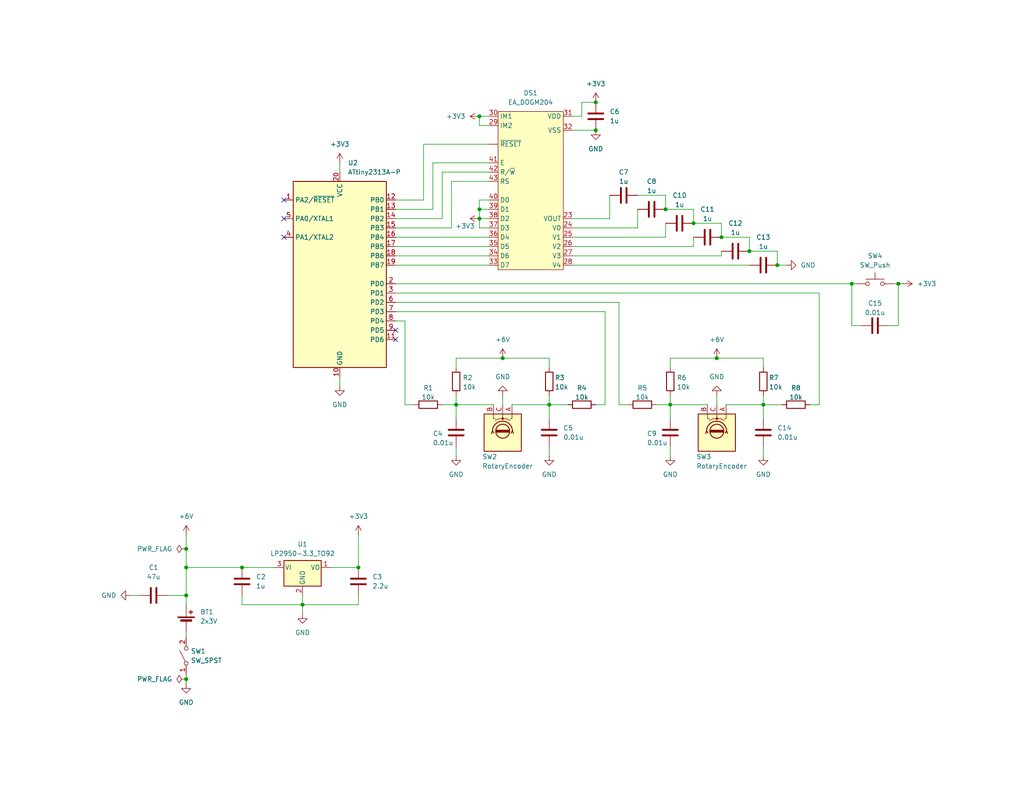
<source format=kicad_sch>
(kicad_sch (version 20231120) (generator "eeschema") (generator_version "8.0")
  (paper "USLetter")
  (title_block (title "TTRPG-9000") (rev "v0.1") (company "Ghost Wrench, LLC"))
  (lib_symbols
    (symbol "Device:Battery_Cell" (pin_numbers hide) (pin_names (offset 0) hide)
      (property "Reference" "BT" (at 2.54 2.54 0))
      (property "Value" "Battery_Cell" (at 2.54 0 0))
      (symbol "Battery_Cell_0_1"
        (rectangle (start -2.286 1.778) (end 2.286 1.524) (fill (type outline)))
        (rectangle (start -1.524 1.016) (end 1.524 0.508) (fill (type outline)))
        (polyline (pts (xy 0 0.762) (xy 0 0)))
        (polyline (pts (xy 0 1.778) (xy 0 2.54)))
        (polyline (pts (xy 0.762 3.048) (xy 1.778 3.048)) (stroke (width 0.254)))
        (polyline (pts (xy 1.27 3.556) (xy 1.27 2.54)) (stroke (width 0.254)))
      )
      (symbol "Battery_Cell_1_1"
        (pin passive line (at 0 5.08 270) (length 2.54) (name "+") (number "1"))
        (pin passive line (at 0 -2.54 90) (length 2.54) (name "-") (number "2"))
      )
    )
    (symbol "Device:C" (pin_numbers hide) (pin_names (offset 0.254))
      (property "Reference" "C" (at 0.635 2.54 0))
      (property "Value" "C" (at 0.635 -2.54 0))
      (symbol "C_0_1"
        (polyline (pts (xy -2.032 -0.762) (xy 2.032 -0.762)) (stroke (width 0.508)))
        (polyline (pts (xy -2.032 0.762) (xy 2.032 0.762)) (stroke (width 0.508)))
      )
      (symbol "C_1_1"
        (pin passive line (at 0 3.81 270) (length 2.794) (name "~") (number "1"))
        (pin passive line (at 0 -3.81 90) (length 2.794) (name "~") (number "2"))
      )
    )
    (symbol "Device:R" (pin_numbers hide) (pin_names (offset 0))
      (property "Reference" "R" (at 2.032 0 90))
      (property "Value" "R" (at 0 0 90))
      (symbol "R_0_1"
        (rectangle (start -1.016 -2.54) (end 1.016 2.54) (stroke (width 0.254)))
      )
      (symbol "R_1_1"
        (pin passive line (at 0 3.81 270) (length 1.27) (name "~") (number "1"))
        (pin passive line (at 0 -3.81 90) (length 1.27) (name "~") (number "2"))
      )
    )
    (symbol "Device:RotaryEncoder" (pin_names (offset 0.254) hide)
      (property "Reference" "SW" (at 0 6.604 0))
      (property "Value" "RotaryEncoder" (at 0 -6.604 0))
      (symbol "RotaryEncoder_0_1"
        (rectangle (start -5.08 5.08) (end 5.08 -5.08) (stroke (width 0.254)) (fill (type background)))
        (circle (center -3.81 0) (radius 0.254) (fill (type outline)))
        (circle (center -0.381 0) (radius 1.905) (stroke (width 0.254)))
        (arc (start -0.381 2.667) (mid -3.0988 -0.0635) (end -0.381 -2.794) (stroke (width 0.254)))
        (polyline (pts (xy -0.635 -1.778) (xy -0.635 1.778)) (stroke (width 0.254)))
        (polyline (pts (xy -0.381 -1.778) (xy -0.381 1.778)) (stroke (width 0.254)))
        (polyline (pts (xy -0.127 1.778) (xy -0.127 -1.778)) (stroke (width 0.254)))
        (polyline (pts (xy -5.08 -2.54) (xy -3.81 -2.54) (xy -3.81 -2.032)))
        (polyline (pts (xy -5.08 2.54) (xy -3.81 2.54) (xy -3.81 2.032)))
        (polyline (pts (xy 0.254 -3.048) (xy -0.508 -2.794) (xy 0.127 -2.413)) (stroke (width 0.254)))
        (polyline (pts (xy 0.254 2.921) (xy -0.508 2.667) (xy 0.127 2.286)) (stroke (width 0.254)))
        (polyline (pts (xy -5.08 0) (xy -3.81 0) (xy -3.81 -1.016) (xy -3.302 -2.032)))
        (polyline (pts (xy -4.318 0) (xy -3.81 0) (xy -3.81 1.016) (xy -3.302 2.032)))
      )
      (symbol "RotaryEncoder_1_1"
        (pin passive line (at -7.62 2.54 0) (length 2.54) (name "A") (number "A"))
        (pin passive line (at -7.62 -2.54 0) (length 2.54) (name "B") (number "B"))
        (pin passive line (at -7.62 0 0) (length 2.54) (name "C") (number "C"))
      )
    )
    (symbol "MCU_Microchip_ATtiny:ATtiny2313A-P"
      (property "Reference" "U" (at -12.7 26.67 0))
      (property "Value" "ATtiny2313A-P" (at 2.54 -26.67 0))
      (symbol "ATtiny2313A-P_0_1"
        (rectangle (start -12.7 -25.4) (end 12.7 25.4) (stroke (width 0.254)) (fill (type background)))
      )
      (symbol "ATtiny2313A-P_1_1"
        (pin bidirectional line (at -15.24 20.32 0) (length 2.54) (name "PA2/~{RESET}") (number "1"))
        (pin power_in line (at 0 -27.94 90) (length 2.54) (name "GND") (number "10"))
        (pin bidirectional line (at 15.24 -17.78 180) (length 2.54) (name "PD6") (number "11"))
        (pin bidirectional line (at 15.24 20.32 180) (length 2.54) (name "PB0") (number "12"))
        (pin bidirectional line (at 15.24 17.78 180) (length 2.54) (name "PB1") (number "13"))
        (pin bidirectional line (at 15.24 15.24 180) (length 2.54) (name "PB2") (number "14"))
        (pin bidirectional line (at 15.24 12.7 180) (length 2.54) (name "PB3") (number "15"))
        (pin bidirectional line (at 15.24 10.16 180) (length 2.54) (name "PB4") (number "16"))
        (pin bidirectional line (at 15.24 7.62 180) (length 2.54) (name "PB5") (number "17"))
        (pin bidirectional line (at 15.24 5.08 180) (length 2.54) (name "PB6") (number "18"))
        (pin bidirectional line (at 15.24 2.54 180) (length 2.54) (name "PB7") (number "19"))
        (pin bidirectional line (at 15.24 -2.54 180) (length 2.54) (name "PD0") (number "2"))
        (pin power_in line (at 0 27.94 270) (length 2.54) (name "VCC") (number "20"))
        (pin bidirectional line (at 15.24 -5.08 180) (length 2.54) (name "PD1") (number "3"))
        (pin bidirectional line (at -15.24 10.16 0) (length 2.54) (name "PA1/XTAL2") (number "4"))
        (pin bidirectional line (at -15.24 15.24 0) (length 2.54) (name "PA0/XTAL1") (number "5"))
        (pin bidirectional line (at 15.24 -7.62 180) (length 2.54) (name "PD2") (number "6"))
        (pin bidirectional line (at 15.24 -10.16 180) (length 2.54) (name "PD3") (number "7"))
        (pin bidirectional line (at 15.24 -12.7 180) (length 2.54) (name "PD4") (number "8"))
        (pin bidirectional line (at 15.24 -15.24 180) (length 2.54) (name "PD5") (number "9"))
      )
    )
    (symbol "Project:EA_DOGM204"
      (property "Reference" "DS" (at 0 24.892 0))
      (property "Value" "EA_DOGM204" (at 0.254 23.114 0))
      (symbol "EA_DOGM204_1_1"
        (rectangle (start -8.89 21.59) (end 8.89 -21.59) (fill (type background)))
        (pin input line (at -11.43 12.7 0) (length 2.54) (name "~{RESET}") (number ""))
        (pin passive line (at 11.43 -7.62 180) (length 2.54) (name "VOUT") (number "23"))
        (pin passive line (at 11.43 -10.16 180) (length 2.54) (name "V0") (number "24"))
        (pin passive line (at 11.43 -12.7 180) (length 2.54) (name "V1") (number "25"))
        (pin passive line (at 11.43 -15.24 180) (length 2.54) (name "V2") (number "26"))
        (pin passive line (at 11.43 -17.78 180) (length 2.54) (name "V3") (number "27"))
        (pin passive line (at 11.43 -20.32 180) (length 2.54) (name "V4") (number "28"))
        (pin input line (at -11.43 17.78 0) (length 2.54) (name "IM2") (number "29"))
        (pin input line (at -11.43 20.32 0) (length 2.54) (name "IM1") (number "30"))
        (pin power_in line (at 11.43 20.32 180) (length 2.54) (name "VDD") (number "31"))
        (pin power_in line (at 11.43 16.51 180) (length 2.54) (name "VSS") (number "32"))
        (pin input line (at -11.43 -20.32 0) (length 2.54) (name "D7") (number "33"))
        (pin input line (at -11.43 -17.78 0) (length 2.54) (name "D6") (number "34"))
        (pin input line (at -11.43 -15.24 0) (length 2.54) (name "D5") (number "35"))
        (pin input line (at -11.43 -12.7 0) (length 2.54) (name "D4") (number "36"))
        (pin input line (at -11.43 -10.16 0) (length 2.54) (name "D3") (number "37"))
        (pin input line (at -11.43 -7.62 0) (length 2.54) (name "D2") (number "38"))
        (pin input line (at -11.43 -5.08 0) (length 2.54) (name "D1") (number "39"))
        (pin input line (at -11.43 -2.54 0) (length 2.54) (name "D0") (number "40"))
        (pin input line (at -11.43 7.62 0) (length 2.54) (name "E") (number "41"))
        (pin input line (at -11.43 5.08 0) (length 2.54) (name "R/~{W}") (number "42"))
        (pin input line (at -11.43 2.54 0) (length 2.54) (name "RS") (number "43"))
      )
    )
    (symbol "Regulator_Linear:LP2950-3.3_TO92" (pin_names (offset 0.254))
      (property "Reference" "U" (at -3.81 3.175 0))
      (property "Value" "LP2950-3.3_TO92" (at 0 3.175 0))
      (symbol "LP2950-3.3_TO92_0_1"
        (rectangle (start -5.08 -5.08) (end 5.08 1.905) (stroke (width 0.254)) (fill (type background)))
      )
      (symbol "LP2950-3.3_TO92_1_1"
        (pin power_out line (at 7.62 0 180) (length 2.54) (name "VO") (number "1"))
        (pin power_in line (at 0 -7.62 90) (length 2.54) (name "GND") (number "2"))
        (pin power_in line (at -7.62 0 0) (length 2.54) (name "VI") (number "3"))
      )
    )
    (symbol "Switch:SW_Push" (pin_numbers hide) (pin_names (offset 1.016) hide)
      (property "Reference" "SW" (at 1.27 2.54 0))
      (property "Value" "SW_Push" (at 0 -1.524 0))
      (symbol "SW_Push_0_1"
        (circle (center -2.032 0) (radius 0.508))
        (polyline (pts (xy 0 1.27) (xy 0 3.048)))
        (polyline (pts (xy 2.54 1.27) (xy -2.54 1.27)))
        (circle (center 2.032 0) (radius 0.508))
        (pin passive line (at -5.08 0 0) (length 2.54) (name "1") (number "1"))
        (pin passive line (at 5.08 0 180) (length 2.54) (name "2") (number "2"))
      )
    )
    (symbol "Switch:SW_SPST" (pin_names (offset 0) hide)
      (property "Reference" "SW" (at 0 3.175 0))
      (property "Value" "SW_SPST" (at 0 -2.54 0))
      (symbol "SW_SPST_0_0"
        (circle (center -2.032 0) (radius 0.508))
        (polyline (pts (xy -1.524 0.254) (xy 1.524 1.778)))
        (circle (center 2.032 0) (radius 0.508))
      )
      (symbol "SW_SPST_1_1"
        (pin passive line (at -5.08 0 0) (length 2.54) (name "A") (number "1"))
        (pin passive line (at 5.08 0 180) (length 2.54) (name "B") (number "2"))
      )
    )
    (symbol "power:+3V3" (power) (pin_numbers hide) (pin_names (offset 0) hide)
      (property "Value" "+3V3" (at 0 3.556 0))
      (symbol "+3V3_0_1"
        (polyline (pts (xy -0.762 1.27) (xy 0 2.54)))
        (polyline (pts (xy 0 0) (xy 0 2.54)))
        (polyline (pts (xy 0 2.54) (xy 0.762 1.27)))
      )
      (symbol "+3V3_1_1"
        (pin power_in line (at 0 0 90) (length 0) (name "~") (number "1"))
      )
    )
    (symbol "power:+6V" (power) (pin_numbers hide) (pin_names (offset 0) hide)
      (property "Value" "+6V" (at 0 3.556 0))
      (symbol "+6V_0_1"
        (polyline (pts (xy -0.762 1.27) (xy 0 2.54)))
        (polyline (pts (xy 0 0) (xy 0 2.54)))
        (polyline (pts (xy 0 2.54) (xy 0.762 1.27)))
      )
      (symbol "+6V_1_1"
        (pin power_in line (at 0 0 90) (length 0) (name "~") (number "1"))
      )
    )
    (symbol "power:GND" (power) (pin_numbers hide) (pin_names (offset 0) hide)
      (property "Value" "GND" (at 0 -3.81 0))
      (symbol "GND_0_1"
        (polyline (pts (xy 0 0) (xy 0 -1.27) (xy 1.27 -1.27) (xy 0 -2.54) (xy -1.27 -1.27) (xy 0 -1.27)))
      )
      (symbol "GND_1_1"
        (pin power_in line (at 0 0 270) (length 0) (name "~") (number "1"))
      )
    )
    (symbol "power:PWR_FLAG" (power) (pin_numbers hide) (pin_names (offset 0) hide)
      (property "Value" "PWR_FLAG" (at 0 3.81 0))
      (symbol "PWR_FLAG_0_0"
        (pin power_out line (at 0 0 90) (length 0) (name "~") (number "1"))
      )
      (symbol "PWR_FLAG_0_1"
        (polyline (pts (xy 0 0) (xy 0 1.27) (xy -1.016 1.905) (xy 0 2.54) (xy 1.016 1.905) (xy 0 1.27)))
      )
    )
  )
  (junction (at 245.11 77.47))
  (junction (at 124.46 110.49))
  (junction (at 50.8 154.94))
  (junction (at 212.09 72.39))
  (junction (at 182.88 110.49))
  (junction (at 137.16 97.79))
  (junction (at 130.81 59.69))
  (junction (at 196.85 64.77))
  (junction (at 130.81 57.15))
  (junction (at 66.04 154.94))
  (junction (at 189.23 60.96))
  (junction (at 97.79 154.94))
  (junction (at 82.55 165.1))
  (junction (at 50.8 162.56))
  (junction (at 130.81 31.75))
  (junction (at 50.8 149.86))
  (junction (at 162.56 27.94))
  (junction (at 181.61 57.15))
  (junction (at 149.86 110.49))
  (junction (at 162.56 35.56))
  (junction (at 232.41 77.47))
  (junction (at 195.58 97.79))
  (junction (at 208.28 110.49))
  (junction (at 50.8 185.42))
  (junction (at 204.47 68.58))
  (no_connect (at 77.47 64.77))
  (no_connect (at 77.47 54.61))
  (no_connect (at 107.95 90.17))
  (no_connect (at 77.47 59.69))
  (no_connect (at 107.95 92.71))
  (wire (pts (xy 196.85 64.77) (xy 196.85 60.96)))
  (wire (pts (xy 181.61 64.77) (xy 181.61 60.96)))
  (wire (pts (xy 66.04 165.1) (xy 82.55 165.1)))
  (wire (pts (xy 97.79 162.56) (xy 97.79 165.1)))
  (wire (pts (xy 107.95 57.15) (xy 118.11 57.15)))
  (wire (pts (xy 74.93 154.94) (xy 66.04 154.94)))
  (wire (pts (xy 196.85 60.96) (xy 189.23 60.96)))
  (wire (pts (xy 156.21 31.75) (xy 158.75 31.75)))
  (wire (pts (xy 107.95 67.31) (xy 133.35 67.31)))
  (wire (pts (xy 50.8 162.56) (xy 50.8 165.1)))
  (wire (pts (xy 223.52 110.49) (xy 220.98 110.49)))
  (wire (pts (xy 149.86 121.92) (xy 149.86 124.46)))
  (wire (pts (xy 149.86 110.49) (xy 149.86 114.3)))
  (wire (pts (xy 107.95 77.47) (xy 232.41 77.47)))
  (wire (pts (xy 137.16 107.95) (xy 137.16 110.49)))
  (wire (pts (xy 120.65 46.99) (xy 133.35 46.99)))
  (wire (pts (xy 204.47 68.58) (xy 204.47 64.77)))
  (wire (pts (xy 158.75 27.94) (xy 162.56 27.94)))
  (wire (pts (xy 168.91 82.55) (xy 107.95 82.55)))
  (wire (pts (xy 110.49 110.49) (xy 113.03 110.49)))
  (wire (pts (xy 223.52 110.49) (xy 223.52 80.01)))
  (wire (pts (xy 165.1 85.09) (xy 165.1 110.49)))
  (wire (pts (xy 181.61 53.34) (xy 181.61 57.15)))
  (wire (pts (xy 50.8 184.15) (xy 50.8 185.42)))
  (wire (pts (xy 120.65 110.49) (xy 124.46 110.49)))
  (wire (pts (xy 182.88 97.79) (xy 195.58 97.79)))
  (wire (pts (xy 123.19 62.23) (xy 123.19 49.53)))
  (wire (pts (xy 66.04 154.94) (xy 50.8 154.94)))
  (wire (pts (xy 124.46 121.92) (xy 124.46 124.46)))
  (wire (pts (xy 130.81 59.69) (xy 133.35 59.69)))
  (wire (pts (xy 212.09 72.39) (xy 212.09 68.58)))
  (wire (pts (xy 182.88 100.33) (xy 182.88 97.79)))
  (wire (pts (xy 156.21 59.69) (xy 166.37 59.69)))
  (wire (pts (xy 130.81 57.15) (xy 130.81 54.61)))
  (wire (pts (xy 156.21 35.56) (xy 162.56 35.56)))
  (wire (pts (xy 107.95 54.61) (xy 115.57 54.61)))
  (wire (pts (xy 124.46 100.33) (xy 124.46 97.79)))
  (wire (pts (xy 198.12 110.49) (xy 208.28 110.49)))
  (wire (pts (xy 130.81 62.23) (xy 130.81 59.69)))
  (wire (pts (xy 107.95 69.85) (xy 133.35 69.85)))
  (wire (pts (xy 35.56 162.56) (xy 38.1 162.56)))
  (wire (pts (xy 245.11 88.9) (xy 245.11 77.47)))
  (wire (pts (xy 232.41 88.9) (xy 232.41 77.47)))
  (wire (pts (xy 208.28 110.49) (xy 208.28 114.3)))
  (wire (pts (xy 212.09 72.39) (xy 214.63 72.39)))
  (wire (pts (xy 107.95 64.77) (xy 133.35 64.77)))
  (wire (pts (xy 120.65 59.69) (xy 120.65 46.99)))
  (wire (pts (xy 168.91 110.49) (xy 171.45 110.49)))
  (wire (pts (xy 45.72 162.56) (xy 50.8 162.56)))
  (wire (pts (xy 232.41 77.47) (xy 233.68 77.47)))
  (wire (pts (xy 123.19 49.53) (xy 133.35 49.53)))
  (wire (pts (xy 97.79 146.05) (xy 97.79 154.94)))
  (wire (pts (xy 208.28 97.79) (xy 208.28 100.33)))
  (wire (pts (xy 173.99 62.23) (xy 173.99 57.15)))
  (wire (pts (xy 149.86 107.95) (xy 149.86 110.49)))
  (wire (pts (xy 156.21 64.77) (xy 181.61 64.77)))
  (wire (pts (xy 212.09 68.58) (xy 204.47 68.58)))
  (wire (pts (xy 137.16 97.79) (xy 149.86 97.79)))
  (wire (pts (xy 166.37 59.69) (xy 166.37 53.34)))
  (wire (pts (xy 245.11 77.47) (xy 246.38 77.47)))
  (wire (pts (xy 139.7 110.49) (xy 149.86 110.49)))
  (wire (pts (xy 110.49 87.63) (xy 110.49 110.49)))
  (wire (pts (xy 182.88 107.95) (xy 182.88 110.49)))
  (wire (pts (xy 50.8 185.42) (xy 50.8 186.69)))
  (wire (pts (xy 208.28 110.49) (xy 213.36 110.49)))
  (wire (pts (xy 66.04 162.56) (xy 66.04 165.1)))
  (wire (pts (xy 130.81 59.69) (xy 130.81 57.15)))
  (wire (pts (xy 90.17 154.94) (xy 97.79 154.94)))
  (wire (pts (xy 50.8 149.86) (xy 50.8 154.94)))
  (wire (pts (xy 156.21 69.85) (xy 196.85 69.85)))
  (wire (pts (xy 97.79 165.1) (xy 82.55 165.1)))
  (wire (pts (xy 118.11 57.15) (xy 118.11 44.45)))
  (wire (pts (xy 124.46 110.49) (xy 134.62 110.49)))
  (wire (pts (xy 50.8 154.94) (xy 50.8 162.56)))
  (wire (pts (xy 242.57 88.9) (xy 245.11 88.9)))
  (wire (pts (xy 92.71 102.87) (xy 92.71 105.41)))
  (wire (pts (xy 124.46 107.95) (xy 124.46 110.49)))
  (wire (pts (xy 223.52 80.01) (xy 107.95 80.01)))
  (wire (pts (xy 115.57 54.61) (xy 115.57 39.37)))
  (wire (pts (xy 208.28 121.92) (xy 208.28 124.46)))
  (wire (pts (xy 133.35 34.29) (xy 130.81 34.29)))
  (wire (pts (xy 179.07 110.49) (xy 182.88 110.49)))
  (wire (pts (xy 50.8 172.72) (xy 50.8 173.99)))
  (wire (pts (xy 130.81 54.61) (xy 133.35 54.61)))
  (wire (pts (xy 168.91 110.49) (xy 168.91 82.55)))
  (wire (pts (xy 50.8 146.05) (xy 50.8 149.86)))
  (wire (pts (xy 156.21 72.39) (xy 204.47 72.39)))
  (wire (pts (xy 189.23 60.96) (xy 189.23 57.15)))
  (wire (pts (xy 118.11 44.45) (xy 133.35 44.45)))
  (wire (pts (xy 195.58 107.95) (xy 195.58 110.49)))
  (wire (pts (xy 107.95 85.09) (xy 165.1 85.09)))
  (wire (pts (xy 204.47 64.77) (xy 196.85 64.77)))
  (wire (pts (xy 189.23 67.31) (xy 189.23 64.77)))
  (wire (pts (xy 195.58 97.79) (xy 208.28 97.79)))
  (wire (pts (xy 182.88 110.49) (xy 182.88 114.3)))
  (wire (pts (xy 208.28 107.95) (xy 208.28 110.49)))
  (wire (pts (xy 173.99 53.34) (xy 181.61 53.34)))
  (wire (pts (xy 115.57 39.37) (xy 133.35 39.37)))
  (wire (pts (xy 107.95 59.69) (xy 120.65 59.69)))
  (wire (pts (xy 156.21 62.23) (xy 173.99 62.23)))
  (wire (pts (xy 182.88 110.49) (xy 193.04 110.49)))
  (wire (pts (xy 124.46 97.79) (xy 137.16 97.79)))
  (wire (pts (xy 130.81 34.29) (xy 130.81 31.75)))
  (wire (pts (xy 82.55 165.1) (xy 82.55 167.64)))
  (wire (pts (xy 158.75 31.75) (xy 158.75 27.94)))
  (wire (pts (xy 182.88 121.92) (xy 182.88 124.46)))
  (wire (pts (xy 92.71 44.45) (xy 92.71 46.99)))
  (wire (pts (xy 156.21 67.31) (xy 189.23 67.31)))
  (wire (pts (xy 196.85 69.85) (xy 196.85 68.58)))
  (wire (pts (xy 124.46 110.49) (xy 124.46 114.3)))
  (wire (pts (xy 130.81 31.75) (xy 133.35 31.75)))
  (wire (pts (xy 189.23 57.15) (xy 181.61 57.15)))
  (wire (pts (xy 130.81 57.15) (xy 133.35 57.15)))
  (wire (pts (xy 133.35 62.23) (xy 130.81 62.23)))
  (wire (pts (xy 82.55 162.56) (xy 82.55 165.1)))
  (wire (pts (xy 234.95 88.9) (xy 232.41 88.9)))
  (wire (pts (xy 107.95 62.23) (xy 123.19 62.23)))
  (wire (pts (xy 149.86 97.79) (xy 149.86 100.33)))
  (wire (pts (xy 107.95 72.39) (xy 133.35 72.39)))
  (wire (pts (xy 107.95 87.63) (xy 110.49 87.63)))
  (wire (pts (xy 165.1 110.49) (xy 162.56 110.49)))
  (wire (pts (xy 243.84 77.47) (xy 245.11 77.47)))
  (wire (pts (xy 149.86 110.49) (xy 154.94 110.49)))
  (symbol (lib_id "Device:R") (at 175.26 110.49 90) (unit 1)
    (property "Reference" "R5" (at 175.26 105.918 90))
    (property "Value" "10k" (at 175.26 108.458 90))
    (property "Description" "Resistor" (effects (hide yes)))
  )
  (symbol (lib_id "power:+3V3") (at 92.71 44.45 0) (unit 1)
    (property "Reference" "#PWR05" (effects (hide yes)))
    (property "Value" "+3V3" (at 92.71 39.37 0))
    (property "Description" "Power symbol creates a global label with name \"+3V3\"" (effects (hide yes)))
  )
  (symbol (lib_id "Device:R") (at 208.28 104.14 0) (unit 1)
    (property "Reference" "R7" (at 209.804 103.124 0) (effects (justify left)))
    (property "Value" "10k" (at 209.804 105.664 0) (effects (justify left)))
    (property "Description" "Resistor" (effects (hide yes)))
  )
  (symbol (lib_id "Device:C") (at 97.79 158.75 0) (unit 1)
    (property "Reference" "C3" (at 101.6 157.4799 0) (effects (justify left)))
    (property "Value" "2.2u" (at 101.6 160.0199 0) (effects (justify left)))
    (property "Description" "Unpolarized capacitor" (effects (hide yes)))
  )
  (symbol (lib_id "power:+3V3") (at 162.56 27.94 0) (unit 1)
    (property "Reference" "#PWR014" (effects (hide yes)))
    (property "Value" "+3V3" (at 162.56 22.86 0))
    (property "Description" "Power symbol creates a global label with name \"+3V3\"" (effects (hide yes)))
  )
  (symbol (lib_id "power:PWR_FLAG") (at 50.8 185.42 90) (unit 1)
    (property "Reference" "#FLG02" (effects (hide yes)))
    (property "Value" "PWR_FLAG" (at 46.99 185.4199 90) (effects (justify left)))
    (property "Description" "Special symbol for telling ERC where power comes from" (effects (hide yes)))
  )
  (symbol (lib_id "power:+6V") (at 195.58 97.79 0) (unit 1)
    (property "Reference" "#PWR017" (effects (hide yes)))
    (property "Value" "+6V" (at 195.58 92.71 0))
    (property "Description" "Power symbol creates a global label with name \"+6V\"" (effects (hide yes)))
  )
  (symbol (lib_id "Device:R") (at 124.46 104.14 180) (unit 1)
    (property "Reference" "R2" (at 126.238 103.124 0) (effects (justify right)))
    (property "Value" "10k" (at 126.238 105.664 0) (effects (justify right)))
    (property "Description" "Resistor" (effects (hide yes)))
  )
  (symbol (lib_id "Device:C") (at 208.28 72.39 90) (unit 1)
    (property "Reference" "C13" (at 208.28 64.77 90))
    (property "Value" "1u" (at 208.28 67.31 90))
    (property "Description" "Unpolarized capacitor" (effects (hide yes)))
  )
  (symbol (lib_id "Device:C") (at 193.04 64.77 90) (unit 1)
    (property "Reference" "C11" (at 193.04 57.15 90))
    (property "Value" "1u" (at 193.04 59.69 90))
    (property "Description" "Unpolarized capacitor" (effects (hide yes)))
  )
  (symbol (lib_id "power:GND") (at 208.28 124.46 0) (unit 1)
    (property "Reference" "#PWR019" (effects (hide yes)))
    (property "Value" "GND" (at 208.28 129.54 0))
    (property "Description" "Power symbol creates a global label with name \"GND\" , ground" (effects (hide yes)))
  )
  (symbol (lib_id "power:+3V3") (at 130.81 31.75 90) (unit 1)
    (property "Reference" "#PWR09" (effects (hide yes)))
    (property "Value" "+3V3" (at 127 31.7499 90) (effects (justify left)))
    (property "Description" "Power symbol creates a global label with name \"+3V3\"" (effects (hide yes)))
  )
  (symbol (lib_id "Device:RotaryEncoder") (at 195.58 118.11 270) (unit 1)
    (property "Reference" "SW3" (at 189.992 124.714 90) (effects (justify left)))
    (property "Value" "RotaryEncoder" (at 189.992 127.254 90) (effects (justify left)))
    (property "Description" "Rotary encoder, dual channel, incremental quadrate outputs" (effects (hide yes)))
  )
  (symbol (lib_id "Device:C") (at 170.18 53.34 90) (unit 1)
    (property "Reference" "C7" (at 170.18 46.99 90))
    (property "Value" "1u" (at 170.18 49.53 90))
    (property "Description" "Unpolarized capacitor" (effects (hide yes)))
  )
  (symbol (lib_id "power:GND") (at 137.16 107.95 180) (unit 1)
    (property "Reference" "#PWR012" (effects (hide yes)))
    (property "Value" "GND" (at 137.16 102.87 0))
    (property "Description" "Power symbol creates a global label with name \"GND\" , ground" (effects (hide yes)))
  )
  (symbol (lib_id "power:GND") (at 195.58 107.95 180) (unit 1)
    (property "Reference" "#PWR018" (effects (hide yes)))
    (property "Value" "GND" (at 195.58 102.87 0))
    (property "Description" "Power symbol creates a global label with name \"GND\" , ground" (effects (hide yes)))
  )
  (symbol (lib_id "Device:C") (at 208.28 118.11 0) (unit 1)
    (property "Reference" "C14" (at 212.09 116.8399 0) (effects (justify left)))
    (property "Value" "0.01u" (at 212.09 119.3799 0) (effects (justify left)))
    (property "Description" "Unpolarized capacitor" (effects (hide yes)))
  )
  (symbol (lib_id "power:+3V3") (at 130.81 59.69 90) (unit 1)
    (property "Reference" "#PWR010" (effects (hide yes)))
    (property "Value" "+3V3" (at 129.54 61.722 90) (effects (justify left)))
    (property "Description" "Power symbol creates a global label with name \"+3V3\"" (effects (hide yes)))
  )
  (symbol (lib_id "power:GND") (at 182.88 124.46 0) (unit 1)
    (property "Reference" "#PWR016" (effects (hide yes)))
    (property "Value" "GND" (at 182.88 129.54 0))
    (property "Description" "Power symbol creates a global label with name \"GND\" , ground" (effects (hide yes)))
  )
  (symbol (lib_id "Device:R") (at 149.86 104.14 0) (unit 1)
    (property "Reference" "R3" (at 151.384 103.124 0) (effects (justify left)))
    (property "Value" "10k" (at 151.384 105.664 0) (effects (justify left)))
    (property "Description" "Resistor" (effects (hide yes)))
  )
  (symbol (lib_id "power:GND") (at 149.86 124.46 0) (unit 1)
    (property "Reference" "#PWR013" (effects (hide yes)))
    (property "Value" "GND" (at 149.86 129.54 0))
    (property "Description" "Power symbol creates a global label with name \"GND\" , ground" (effects (hide yes)))
  )
  (symbol (lib_id "power:+6V") (at 137.16 97.79 0) (unit 1)
    (property "Reference" "#PWR011" (effects (hide yes)))
    (property "Value" "+6V" (at 137.16 92.71 0))
    (property "Description" "Power symbol creates a global label with name \"+6V\"" (effects (hide yes)))
  )
  (symbol (lib_id "power:PWR_FLAG") (at 50.8 149.86 90) (unit 1)
    (property "Reference" "#FLG01" (effects (hide yes)))
    (property "Value" "PWR_FLAG" (at 46.99 149.8599 90) (effects (justify left)))
    (property "Description" "Special symbol for telling ERC where power comes from" (effects (hide yes)))
  )
  (symbol (lib_id "power:GND") (at 124.46 124.46 0) (unit 1)
    (property "Reference" "#PWR08" (effects (hide yes)))
    (property "Value" "GND" (at 124.46 129.54 0))
    (property "Description" "Power symbol creates a global label with name \"GND\" , ground" (effects (hide yes)))
  )
  (symbol (lib_id "Project:EA_DOGM204") (at 144.78 52.07 0) (unit 1)
    (property "Reference" "DS1" (at 144.78 25.4 0))
    (property "Value" "EA_DOGM204" (at 144.78 27.94 0))
  )
  (symbol (lib_id "Device:R") (at 116.84 110.49 90) (unit 1)
    (property "Reference" "R1" (at 116.84 105.918 90))
    (property "Value" "10k" (at 116.84 108.458 90))
    (property "Description" "Resistor" (effects (hide yes)))
  )
  (symbol (lib_id "Device:C") (at 177.8 57.15 90) (unit 1)
    (property "Reference" "C8" (at 177.8 49.53 90))
    (property "Value" "1u" (at 177.8 52.07 90))
    (property "Description" "Unpolarized capacitor" (effects (hide yes)))
  )
  (symbol (lib_id "Device:C") (at 185.42 60.96 90) (unit 1)
    (property "Reference" "C10" (at 185.42 53.34 90))
    (property "Value" "1u" (at 185.42 55.88 90))
    (property "Description" "Unpolarized capacitor" (effects (hide yes)))
  )
  (symbol (lib_id "Regulator_Linear:LP2950-3.3_TO92") (at 82.55 154.94 0) (unit 1)
    (property "Reference" "U1" (at 82.55 148.59 0))
    (property "Value" "LP2950-3.3_TO92" (at 82.55 151.13 0))
    (property "Footprint" "Package_TO_SOT_THT:TO-92_Inline" (effects (hide yes)))
    (property "Datasheet" "http://www.ti.com/lit/ds/symlink/lp2950.pdf" (effects (hide yes)))
    (property "Description" "Positive 100mA 30V Linear Micropower Voltage Regulator, Fixed Output 3.3V, TO-92" (effects (hide yes)))
  )
  (symbol (lib_id "power:GND") (at 162.56 35.56 0) (unit 1)
    (property "Reference" "#PWR015" (effects (hide yes)))
    (property "Value" "GND" (at 162.56 40.64 0))
    (property "Description" "Power symbol creates a global label with name \"GND\" , ground" (effects (hide yes)))
  )
  (symbol (lib_id "Device:C") (at 66.04 158.75 0) (unit 1)
    (property "Reference" "C2" (at 69.85 157.4799 0) (effects (justify left)))
    (property "Value" "1u" (at 69.85 160.0199 0) (effects (justify left)))
    (property "Description" "Unpolarized capacitor" (effects (hide yes)))
  )
  (symbol (lib_id "Device:C") (at 182.88 118.11 0) (unit 1)
    (property "Reference" "C9" (at 176.53 118.364 0) (effects (justify left)))
    (property "Value" "0.01u" (at 176.53 120.904 0) (effects (justify left)))
    (property "Description" "Unpolarized capacitor" (effects (hide yes)))
  )
  (symbol (lib_id "power:GND") (at 92.71 105.41 0) (unit 1)
    (property "Reference" "#PWR06" (effects (hide yes)))
    (property "Value" "GND" (at 92.71 110.49 0))
    (property "Description" "Power symbol creates a global label with name \"GND\" , ground" (effects (hide yes)))
  )
  (symbol (lib_id "Switch:SW_Push") (at 238.76 77.47 0) (unit 1)
    (property "Reference" "SW4" (at 238.76 69.85 0))
    (property "Value" "SW_Push" (at 238.76 72.39 0))
    (property "Description" "Push button switch, generic, two pins" (effects (hide yes)))
  )
  (symbol (lib_id "Device:C") (at 124.46 118.11 0) (unit 1)
    (property "Reference" "C4" (at 118.11 118.364 0) (effects (justify left)))
    (property "Value" "0.01u" (at 118.11 120.904 0) (effects (justify left)))
    (property "Description" "Unpolarized capacitor" (effects (hide yes)))
  )
  (symbol (lib_id "Device:Battery_Cell") (at 50.8 170.18 0) (unit 1)
    (property "Reference" "BT1" (at 54.61 167.0684 0) (effects (justify left)))
    (property "Value" "2x3V" (at 54.61 169.6084 0) (effects (justify left)))
    (property "Description" "Single-cell battery" (effects (hide yes)))
  )
  (symbol (lib_id "Device:C") (at 200.66 68.58 90) (unit 1)
    (property "Reference" "C12" (at 200.66 60.96 90))
    (property "Value" "1u" (at 200.66 63.5 90))
    (property "Description" "Unpolarized capacitor" (effects (hide yes)))
  )
  (symbol (lib_id "power:GND") (at 50.8 186.69 0) (unit 1)
    (property "Reference" "#PWR03" (effects (hide yes)))
    (property "Value" "GND" (at 50.8 191.77 0))
    (property "Description" "Power symbol creates a global label with name \"GND\" , ground" (effects (hide yes)))
  )
  (symbol (lib_id "Device:C") (at 162.56 31.75 0) (unit 1)
    (property "Reference" "C6" (at 166.37 30.4799 0) (effects (justify left)))
    (property "Value" "1u" (at 166.37 33.0199 0) (effects (justify left)))
    (property "Description" "Unpolarized capacitor" (effects (hide yes)))
  )
  (symbol (lib_id "Device:C") (at 149.86 118.11 0) (unit 1)
    (property "Reference" "C5" (at 153.67 116.8399 0) (effects (justify left)))
    (property "Value" "0.01u" (at 153.67 119.3799 0) (effects (justify left)))
    (property "Description" "Unpolarized capacitor" (effects (hide yes)))
  )
  (symbol (lib_id "Device:R") (at 217.17 110.49 90) (unit 1)
    (property "Reference" "R8" (at 217.17 105.918 90))
    (property "Value" "10k" (at 217.17 108.458 90))
    (property "Description" "Resistor" (effects (hide yes)))
  )
  (symbol (lib_id "Device:C") (at 41.91 162.56 270) (unit 1)
    (property "Reference" "C1" (at 41.91 154.94 90))
    (property "Value" "47u" (at 41.91 157.48 90))
    (property "Description" "Unpolarized capacitor" (effects (hide yes)))
  )
  (symbol (lib_id "Device:R") (at 182.88 104.14 180) (unit 1)
    (property "Reference" "R6" (at 184.658 103.124 0) (effects (justify right)))
    (property "Value" "10k" (at 184.658 105.664 0) (effects (justify right)))
    (property "Description" "Resistor" (effects (hide yes)))
  )
  (symbol (lib_id "Device:RotaryEncoder") (at 137.16 118.11 270) (unit 1)
    (property "Reference" "SW2" (at 131.572 124.714 90) (effects (justify left)))
    (property "Value" "RotaryEncoder" (at 131.572 127.254 90) (effects (justify left)))
    (property "Description" "Rotary encoder, dual channel, incremental quadrate outputs" (effects (hide yes)))
  )
  (symbol (lib_id "MCU_Microchip_ATtiny:ATtiny2313A-P") (at 92.71 74.93 0) (unit 1)
    (property "Reference" "U2" (at 94.9041 44.45 0) (effects (justify left)))
    (property "Value" "ATtiny2313A-P" (at 94.9041 46.99 0) (effects (justify left)))
    (property "Footprint" "Package_DIP:DIP-20_W7.62mm" (effects (hide yes)))
    (property "Datasheet" "http://ww1.microchip.com/downloads/en/DeviceDoc/doc8246.pdf" (effects (hide yes)))
    (property "Description" "20MHz, 2kB Flash, 128B SRAM, 128B EEPROM, DIP-20" (effects (hide yes)))
  )
  (symbol (lib_id "power:+3V3") (at 246.38 77.47 270) (unit 1)
    (property "Reference" "#PWR021" (effects (hide yes)))
    (property "Value" "+3V3" (at 250.19 77.4699 90) (effects (justify left)))
    (property "Description" "Power symbol creates a global label with name \"+3V3\"" (effects (hide yes)))
  )
  (symbol (lib_id "Device:C") (at 238.76 88.9 90) (unit 1)
    (property "Reference" "C15" (at 238.76 82.804 90))
    (property "Value" "0.01u" (at 238.76 85.344 90))
    (property "Description" "Unpolarized capacitor" (effects (hide yes)))
  )
  (symbol (lib_id "power:GND") (at 214.63 72.39 90) (unit 1)
    (property "Reference" "#PWR020" (effects (hide yes)))
    (property "Value" "GND" (at 218.44 72.3899 90) (effects (justify right)))
    (property "Description" "Power symbol creates a global label with name \"GND\" , ground" (effects (hide yes)))
  )
  (symbol (lib_id "power:GND") (at 82.55 167.64 0) (unit 1)
    (property "Reference" "#PWR04" (effects (hide yes)))
    (property "Value" "GND" (at 82.55 172.72 0))
    (property "Description" "Power symbol creates a global label with name \"GND\" , ground" (effects (hide yes)))
  )
  (symbol (lib_id "Device:R") (at 158.75 110.49 90) (unit 1)
    (property "Reference" "R4" (at 158.75 105.918 90))
    (property "Value" "10k" (at 158.75 108.458 90))
    (property "Description" "Resistor" (effects (hide yes)))
  )
  (symbol (lib_id "Switch:SW_SPST") (at 50.8 179.07 90) (unit 1)
    (property "Reference" "SW1" (at 52.07 177.7999 90) (effects (justify right)))
    (property "Value" "SW_SPST" (at 52.07 180.3399 90) (effects (justify right)))
    (property "Description" "Single Pole Single Throw (SPST) switch" (effects (hide yes)))
  )
  (symbol (lib_id "power:+6V") (at 50.8 146.05 0) (unit 1)
    (property "Reference" "#PWR02" (effects (hide yes)))
    (property "Value" "+6V" (at 50.8 140.97 0))
    (property "Description" "Power symbol creates a global label with name \"+6V\"" (effects (hide yes)))
  )
  (symbol (lib_id "power:+3V3") (at 97.79 146.05 0) (unit 1)
    (property "Reference" "#PWR07" (effects (hide yes)))
    (property "Value" "+3V3" (at 97.79 140.97 0))
    (property "Description" "Power symbol creates a global label with name \"+3V3\"" (effects (hide yes)))
  )
  (symbol (lib_id "power:GND") (at 35.56 162.56 270) (unit 1)
    (property "Reference" "#PWR01" (effects (hide yes)))
    (property "Value" "GND" (at 31.75 162.5599 90) (effects (justify right)))
    (property "Description" "Power symbol creates a global label with name \"GND\" , ground" (effects (hide yes)))
  )
)
</source>
